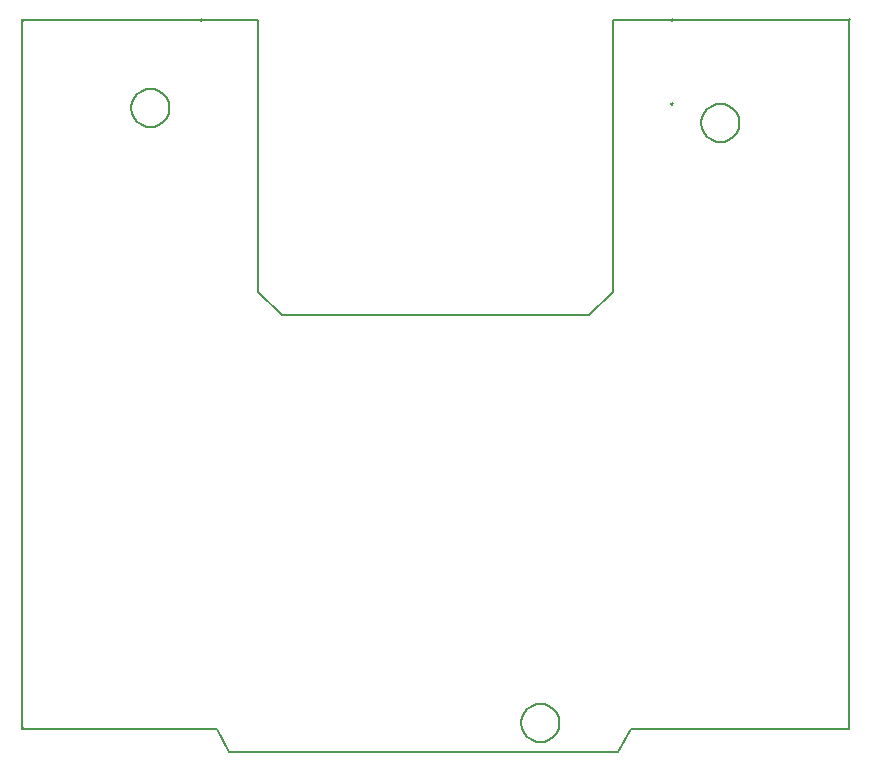
<source format=gbr>
G04 PROTEUS GERBER X2 FILE*
%TF.GenerationSoftware,Labcenter,Proteus,8.12-SP0-Build30713*%
%TF.CreationDate,2021-08-02T00:20:26+00:00*%
%TF.FileFunction,NonPlated,1,2,NPTH*%
%TF.FilePolarity,Positive*%
%TF.Part,Single*%
%TF.SameCoordinates,{4cff7d1c-7656-49df-93de-6e2fb68f4e0e}*%
%FSLAX45Y45*%
%MOMM*%
G01*
%TA.AperFunction,Slot*%
%ADD51C,0.203200*%
%TA.AperFunction,Profile*%
%ADD21C,0.203200*%
%TD.AperFunction*%
D51*
X+0Y+6350D02*
X+6350Y+0D01*
X+12700Y+6350D02*
X+6350Y+0D01*
X+12700Y+6350D02*
X+6350Y+12700D01*
X+0Y+6350D02*
X+6350Y+12700D01*
X+6997700Y+6000750D02*
X+7004050Y+5994400D01*
X+7010400Y+6000750D02*
X+7004050Y+5994400D01*
X+7010400Y+6000750D02*
X+7004050Y+6007100D01*
X+6997700Y+6000750D02*
X+7004050Y+6007100D01*
X+5499100Y+6000750D02*
X+5505450Y+5994400D01*
X+5511800Y+6000750D02*
X+5505450Y+5994400D01*
X+5511800Y+6000750D02*
X+5505450Y+6007100D01*
X+5499100Y+6000750D02*
X+5505450Y+6007100D01*
X+6997700Y+6000750D02*
X+7004050Y+5994400D01*
X+7010400Y+6000750D02*
X+7004050Y+5994400D01*
X+7010400Y+6000750D02*
X+7004050Y+6007100D01*
X+6997700Y+6000750D02*
X+7004050Y+6007100D01*
X+5499100Y+5289550D02*
X+5505450Y+5283200D01*
X+5511800Y+5289550D02*
X+5505450Y+5283200D01*
X+5511800Y+5289550D02*
X+5505450Y+5295900D01*
X+5499100Y+5289550D02*
X+5505450Y+5295900D01*
X+5499100Y+6000750D02*
X+5505450Y+5994400D01*
X+5511800Y+6000750D02*
X+5505450Y+5994400D01*
X+5511800Y+6000750D02*
X+5505450Y+6007100D01*
X+5499100Y+6000750D02*
X+5505450Y+6007100D01*
X+5499100Y+5289550D02*
X+5505450Y+5283200D01*
X+5511800Y+5289550D02*
X+5505450Y+5283200D01*
X+5511800Y+5289550D02*
X+5505450Y+5295900D01*
X+5499100Y+5289550D02*
X+5505450Y+5295900D01*
X+1511300Y+6000750D02*
X+1517650Y+5994400D01*
X+1524000Y+6000750D02*
X+1517650Y+5994400D01*
X+1524000Y+6000750D02*
X+1517650Y+6007100D01*
X+1511300Y+6000750D02*
X+1517650Y+6007100D01*
X+0Y+6000750D02*
X+6350Y+5994400D01*
X+12700Y+6000750D02*
X+6350Y+5994400D01*
X+12700Y+6000750D02*
X+6350Y+6007100D01*
X+0Y+6000750D02*
X+6350Y+6007100D01*
X+1511300Y+6000750D02*
X+1517650Y+5994400D01*
X+1524000Y+6000750D02*
X+1517650Y+5994400D01*
X+1524000Y+6000750D02*
X+1517650Y+6007100D01*
X+1511300Y+6000750D02*
X+1517650Y+6007100D01*
X+0Y+6350D02*
X+6350Y+0D01*
X+12700Y+6350D02*
X+6350Y+0D01*
X+12700Y+6350D02*
X+6350Y+12700D01*
X+0Y+6350D02*
X+6350Y+12700D01*
X+0Y+6000750D02*
X+6350Y+5994400D01*
X+12700Y+6000750D02*
X+6350Y+5994400D01*
X+12700Y+6000750D02*
X+6350Y+6007100D01*
X+0Y+6000750D02*
X+6350Y+6007100D01*
X+0Y+6350D02*
X+6350Y+0D01*
X+12700Y+6350D02*
X+6350Y+0D01*
X+12700Y+6350D02*
X+6350Y+12700D01*
X+0Y+6350D02*
X+6350Y+12700D01*
X+6997700Y+6000750D02*
X+7004050Y+5994400D01*
X+7010400Y+6000750D02*
X+7004050Y+5994400D01*
X+7010400Y+6000750D02*
X+7004050Y+6007100D01*
X+6997700Y+6000750D02*
X+7004050Y+6007100D01*
X+5499100Y+6000750D02*
X+5505450Y+5994400D01*
X+5511800Y+6000750D02*
X+5505450Y+5994400D01*
X+5511800Y+6000750D02*
X+5505450Y+6007100D01*
X+5499100Y+6000750D02*
X+5505450Y+6007100D01*
X+6997700Y+6000750D02*
X+7004050Y+5994400D01*
X+7010400Y+6000750D02*
X+7004050Y+5994400D01*
X+7010400Y+6000750D02*
X+7004050Y+6007100D01*
X+6997700Y+6000750D02*
X+7004050Y+6007100D01*
X+5499100Y+5289550D02*
X+5505450Y+5283200D01*
X+5511800Y+5289550D02*
X+5505450Y+5283200D01*
X+5511800Y+5289550D02*
X+5505450Y+5295900D01*
X+5499100Y+5289550D02*
X+5505450Y+5295900D01*
X+5499100Y+6000750D02*
X+5505450Y+5994400D01*
X+5511800Y+6000750D02*
X+5505450Y+5994400D01*
X+5511800Y+6000750D02*
X+5505450Y+6007100D01*
X+5499100Y+6000750D02*
X+5505450Y+6007100D01*
X+5499100Y+5289550D02*
X+5505450Y+5283200D01*
X+5511800Y+5289550D02*
X+5505450Y+5283200D01*
X+5511800Y+5289550D02*
X+5505450Y+5295900D01*
X+5499100Y+5289550D02*
X+5505450Y+5295900D01*
X+1511300Y+6000750D02*
X+1517650Y+5994400D01*
X+1524000Y+6000750D02*
X+1517650Y+5994400D01*
X+1524000Y+6000750D02*
X+1517650Y+6007100D01*
X+1511300Y+6000750D02*
X+1517650Y+6007100D01*
X+0Y+6000750D02*
X+6350Y+5994400D01*
X+12700Y+6000750D02*
X+6350Y+5994400D01*
X+12700Y+6000750D02*
X+6350Y+6007100D01*
X+0Y+6000750D02*
X+6350Y+6007100D01*
X+1511300Y+6000750D02*
X+1517650Y+5994400D01*
X+1524000Y+6000750D02*
X+1517650Y+5994400D01*
X+1524000Y+6000750D02*
X+1517650Y+6007100D01*
X+1511300Y+6000750D02*
X+1517650Y+6007100D01*
X+0Y+6350D02*
X+6350Y+0D01*
X+12700Y+6350D02*
X+6350Y+0D01*
X+12700Y+6350D02*
X+6350Y+12700D01*
X+0Y+6350D02*
X+6350Y+12700D01*
X+0Y+6000750D02*
X+6350Y+5994400D01*
X+12700Y+6000750D02*
X+6350Y+5994400D01*
X+12700Y+6000750D02*
X+6350Y+6007100D01*
X+0Y+6000750D02*
X+6350Y+6007100D01*
X+0Y+6350D02*
X+6350Y+0D01*
X+12700Y+6350D02*
X+6350Y+0D01*
X+12700Y+6350D02*
X+6350Y+12700D01*
X+0Y+6350D02*
X+6350Y+12700D01*
X+6997700Y+6000750D02*
X+7004050Y+5994400D01*
X+7010400Y+6000750D02*
X+7004050Y+5994400D01*
X+7010400Y+6000750D02*
X+7004050Y+6007100D01*
X+6997700Y+6000750D02*
X+7004050Y+6007100D01*
X+5499100Y+6000750D02*
X+5505450Y+5994400D01*
X+5511800Y+6000750D02*
X+5505450Y+5994400D01*
X+5511800Y+6000750D02*
X+5505450Y+6007100D01*
X+5499100Y+6000750D02*
X+5505450Y+6007100D01*
X+6997700Y+6000750D02*
X+7004050Y+5994400D01*
X+7010400Y+6000750D02*
X+7004050Y+5994400D01*
X+7010400Y+6000750D02*
X+7004050Y+6007100D01*
X+6997700Y+6000750D02*
X+7004050Y+6007100D01*
X+5499100Y+5289550D02*
X+5505450Y+5283200D01*
X+5511800Y+5289550D02*
X+5505450Y+5283200D01*
X+5511800Y+5289550D02*
X+5505450Y+5295900D01*
X+5499100Y+5289550D02*
X+5505450Y+5295900D01*
X+5499100Y+6000750D02*
X+5505450Y+5994400D01*
X+5511800Y+6000750D02*
X+5505450Y+5994400D01*
X+5511800Y+6000750D02*
X+5505450Y+6007100D01*
X+5499100Y+6000750D02*
X+5505450Y+6007100D01*
X+5499100Y+5289550D02*
X+5505450Y+5283200D01*
X+5511800Y+5289550D02*
X+5505450Y+5283200D01*
X+5511800Y+5289550D02*
X+5505450Y+5295900D01*
X+5499100Y+5289550D02*
X+5505450Y+5295900D01*
X+1511300Y+6000750D02*
X+1517650Y+5994400D01*
X+1524000Y+6000750D02*
X+1517650Y+5994400D01*
X+1524000Y+6000750D02*
X+1517650Y+6007100D01*
X+1511300Y+6000750D02*
X+1517650Y+6007100D01*
X+0Y+6000750D02*
X+6350Y+5994400D01*
X+12700Y+6000750D02*
X+6350Y+5994400D01*
X+12700Y+6000750D02*
X+6350Y+6007100D01*
X+0Y+6000750D02*
X+6350Y+6007100D01*
X+1511300Y+6000750D02*
X+1517650Y+5994400D01*
X+1524000Y+6000750D02*
X+1517650Y+5994400D01*
X+1524000Y+6000750D02*
X+1517650Y+6007100D01*
X+1511300Y+6000750D02*
X+1517650Y+6007100D01*
X+0Y+6350D02*
X+6350Y+0D01*
X+12700Y+6350D02*
X+6350Y+0D01*
X+12700Y+6350D02*
X+6350Y+12700D01*
X+0Y+6350D02*
X+6350Y+12700D01*
X+0Y+6000750D02*
X+6350Y+5994400D01*
X+12700Y+6000750D02*
X+6350Y+5994400D01*
X+12700Y+6000750D02*
X+6350Y+6007100D01*
X+0Y+6000750D02*
X+6350Y+6007100D01*
X+0Y+6350D02*
X+6350Y+0D01*
X+12700Y+6350D02*
X+6350Y+0D01*
X+12700Y+6350D02*
X+6350Y+12700D01*
X+0Y+6350D02*
X+6350Y+12700D01*
X+0Y+6000750D02*
X+6350Y+5994400D01*
X+12700Y+6000750D02*
X+6350Y+5994400D01*
X+12700Y+6000750D02*
X+6350Y+6007100D01*
X+0Y+6000750D02*
X+6350Y+6007100D01*
X+0Y+6000750D02*
X+6350Y+5994400D01*
X+12700Y+6000750D02*
X+6350Y+5994400D01*
X+12700Y+6000750D02*
X+6350Y+6007100D01*
X+0Y+6000750D02*
X+6350Y+6007100D01*
X+1511300Y+6000750D02*
X+1517650Y+5994400D01*
X+1524000Y+6000750D02*
X+1517650Y+5994400D01*
X+1524000Y+6000750D02*
X+1517650Y+6007100D01*
X+1511300Y+6000750D02*
X+1517650Y+6007100D01*
X+1511300Y+6000750D02*
X+1517650Y+5994400D01*
X+1524000Y+6000750D02*
X+1517650Y+5994400D01*
X+1524000Y+6000750D02*
X+1517650Y+6007100D01*
X+1511300Y+6000750D02*
X+1517650Y+6007100D01*
X+5499100Y+5289550D02*
X+5505450Y+5283200D01*
X+5511800Y+5289550D02*
X+5505450Y+5283200D01*
X+5511800Y+5289550D02*
X+5505450Y+5295900D01*
X+5499100Y+5289550D02*
X+5505450Y+5295900D01*
X+5499100Y+5289550D02*
X+5505450Y+5283200D01*
X+5511800Y+5289550D02*
X+5505450Y+5283200D01*
X+5511800Y+5289550D02*
X+5505450Y+5295900D01*
X+5499100Y+5289550D02*
X+5505450Y+5295900D01*
X+5499100Y+6000750D02*
X+5505450Y+5994400D01*
X+5511800Y+6000750D02*
X+5505450Y+5994400D01*
X+5511800Y+6000750D02*
X+5505450Y+6007100D01*
X+5499100Y+6000750D02*
X+5505450Y+6007100D01*
X+5499100Y+6000750D02*
X+5505450Y+5994400D01*
X+5511800Y+6000750D02*
X+5505450Y+5994400D01*
X+5511800Y+6000750D02*
X+5505450Y+6007100D01*
X+5499100Y+6000750D02*
X+5505450Y+6007100D01*
X+6997700Y+6000750D02*
X+7004050Y+5994400D01*
X+7010400Y+6000750D02*
X+7004050Y+5994400D01*
X+7010400Y+6000750D02*
X+7004050Y+6007100D01*
X+6997700Y+6000750D02*
X+7004050Y+6007100D01*
X+6997700Y+6000750D02*
X+7004050Y+5994400D01*
X+7010400Y+6000750D02*
X+7004050Y+5994400D01*
X+7010400Y+6000750D02*
X+7004050Y+6007100D01*
X+6997700Y+6000750D02*
X+7004050Y+6007100D01*
X+0Y+6350D02*
X+6350Y+0D01*
X+12700Y+6350D02*
X+6350Y+0D01*
X+12700Y+6350D02*
X+6350Y+12700D01*
X+0Y+6350D02*
X+6350Y+12700D01*
D21*
X+0Y+0D02*
X+1650000Y+0D01*
X+7000000Y+0D02*
X+7000000Y+6000000D01*
X+5000000Y+6000000D01*
X+5000000Y+3700000D01*
X+4800000Y+3500000D01*
X+2200000Y+3500000D01*
X+2000000Y+3700000D02*
X+2000000Y+6000000D01*
X+0Y+6000000D01*
X+0Y+0D01*
X+2000000Y+3700000D02*
X+2200000Y+3500000D01*
X+5160000Y+0D02*
X+7000000Y+0D01*
X+1750000Y-200000D02*
X+5050000Y-200000D01*
X+1650000Y+0D02*
X+1750000Y-200000D01*
X+5160000Y+0D02*
X+5050000Y-200000D01*
X+4550045Y+50000D02*
X+4549508Y+63142D01*
X+4545144Y+89427D01*
X+4536029Y+115712D01*
X+4521182Y+141997D01*
X+4498470Y+168118D01*
X+4472185Y+187898D01*
X+4445900Y+200658D01*
X+4419615Y+208108D01*
X+4393330Y+210987D01*
X+4389000Y+211045D01*
X+4227955Y+50000D02*
X+4228492Y+63142D01*
X+4232856Y+89427D01*
X+4241971Y+115712D01*
X+4256818Y+141997D01*
X+4279530Y+168118D01*
X+4305815Y+187898D01*
X+4332100Y+200658D01*
X+4358385Y+208108D01*
X+4384670Y+210987D01*
X+4389000Y+211045D01*
X+4227955Y+50000D02*
X+4228492Y+36858D01*
X+4232856Y+10573D01*
X+4241971Y-15712D01*
X+4256818Y-41997D01*
X+4279530Y-68118D01*
X+4305815Y-87898D01*
X+4332100Y-100658D01*
X+4358385Y-108108D01*
X+4384670Y-110987D01*
X+4389000Y-111045D01*
X+4550045Y+50000D02*
X+4549508Y+36858D01*
X+4545144Y+10573D01*
X+4536029Y-15712D01*
X+4521182Y-41997D01*
X+4498470Y-68118D01*
X+4472185Y-87898D01*
X+4445900Y-100658D01*
X+4419615Y-108108D01*
X+4393330Y-110987D01*
X+4389000Y-111045D01*
X+6074045Y+5130000D02*
X+6073508Y+5143142D01*
X+6069144Y+5169427D01*
X+6060029Y+5195712D01*
X+6045182Y+5221997D01*
X+6022470Y+5248118D01*
X+5996185Y+5267898D01*
X+5969900Y+5280658D01*
X+5943615Y+5288108D01*
X+5917330Y+5290987D01*
X+5913000Y+5291045D01*
X+5751955Y+5130000D02*
X+5752492Y+5143142D01*
X+5756856Y+5169427D01*
X+5765971Y+5195712D01*
X+5780818Y+5221997D01*
X+5803530Y+5248118D01*
X+5829815Y+5267898D01*
X+5856100Y+5280658D01*
X+5882385Y+5288108D01*
X+5908670Y+5290987D01*
X+5913000Y+5291045D01*
X+5751955Y+5130000D02*
X+5752492Y+5116858D01*
X+5756856Y+5090573D01*
X+5765971Y+5064288D01*
X+5780818Y+5038003D01*
X+5803530Y+5011882D01*
X+5829815Y+4992102D01*
X+5856100Y+4979342D01*
X+5882385Y+4971892D01*
X+5908670Y+4969013D01*
X+5913000Y+4968955D01*
X+6074045Y+5130000D02*
X+6073508Y+5116858D01*
X+6069144Y+5090573D01*
X+6060029Y+5064288D01*
X+6045182Y+5038003D01*
X+6022470Y+5011882D01*
X+5996185Y+4992102D01*
X+5969900Y+4979342D01*
X+5943615Y+4971892D01*
X+5917330Y+4969013D01*
X+5913000Y+4968955D01*
X+1248045Y+5257000D02*
X+1247508Y+5270142D01*
X+1243144Y+5296427D01*
X+1234029Y+5322712D01*
X+1219182Y+5348997D01*
X+1196470Y+5375118D01*
X+1170185Y+5394898D01*
X+1143900Y+5407658D01*
X+1117615Y+5415108D01*
X+1091330Y+5417987D01*
X+1087000Y+5418045D01*
X+925955Y+5257000D02*
X+926492Y+5270142D01*
X+930856Y+5296427D01*
X+939971Y+5322712D01*
X+954818Y+5348997D01*
X+977530Y+5375118D01*
X+1003815Y+5394898D01*
X+1030100Y+5407658D01*
X+1056385Y+5415108D01*
X+1082670Y+5417987D01*
X+1087000Y+5418045D01*
X+925955Y+5257000D02*
X+926492Y+5243858D01*
X+930856Y+5217573D01*
X+939971Y+5191288D01*
X+954818Y+5165003D01*
X+977530Y+5138882D01*
X+1003815Y+5119102D01*
X+1030100Y+5106342D01*
X+1056385Y+5098892D01*
X+1082670Y+5096013D01*
X+1087000Y+5095955D01*
X+1248045Y+5257000D02*
X+1247508Y+5243858D01*
X+1243144Y+5217573D01*
X+1234029Y+5191288D01*
X+1219182Y+5165003D01*
X+1196470Y+5138882D01*
X+1170185Y+5119102D01*
X+1143900Y+5106342D01*
X+1117615Y+5098892D01*
X+1091330Y+5096013D01*
X+1087000Y+5095955D01*
M02*

</source>
